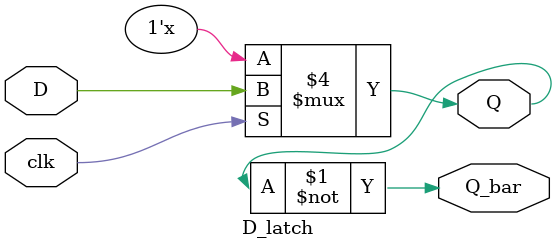
<source format=v>
`timescale 1ns / 1ps


module D_latch(
    input  D,
    input clk,
    output reg Q , 
    output Q_bar 
    );
    
    assign Q_bar =~ Q ;
    
    always @(clk,D)
    begin
    if (clk)
       Q = D ;
    end
endmodule

</source>
